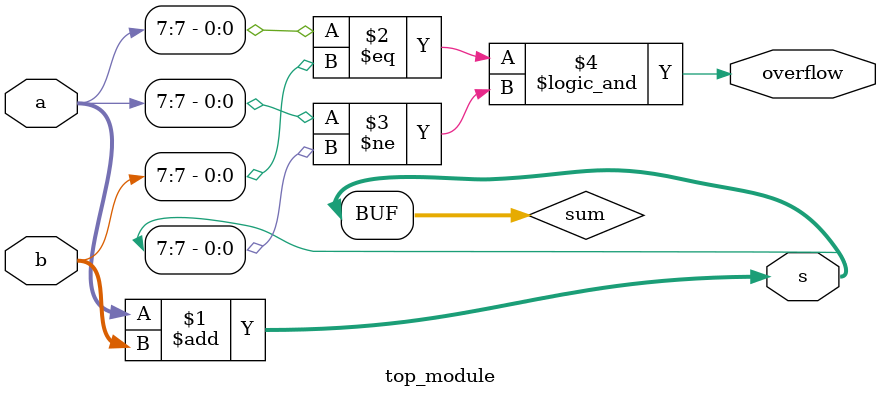
<source format=sv>
module top_module (
	input [7:0] a,
	input [7:0] b,
	output [7:0] s,
	output overflow
);
	
	wire [7:0] sum;
	
	assign sum = a + b;
	assign s = sum[7:0];
	assign overflow = (a[7] == b[7]) && (a[7] != s[7]);
	
endmodule

</source>
